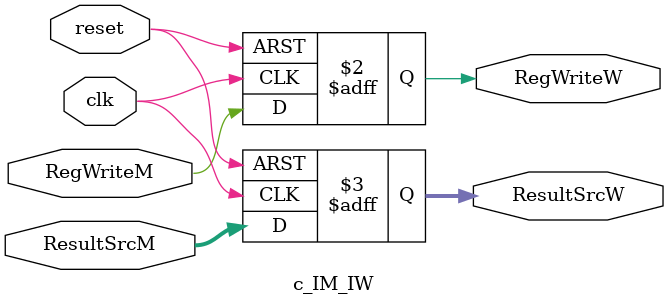
<source format=sv>
module c_IM_IW (input logic clk, reset, 
                input logic RegWriteM, 
                input logic [1:0] ResultSrcM, 
                output logic RegWriteW, 
                output logic [1:0] ResultSrcW);

    always_ff @( posedge clk, posedge reset ) begin
        if (reset) begin
            RegWriteW <= 0;
            ResultSrcW <= 0;           
        end

        else begin
            RegWriteW <= RegWriteM;
            ResultSrcW <= ResultSrcM; // lol this wasted 1 hour
        end

    end

endmodule

</source>
